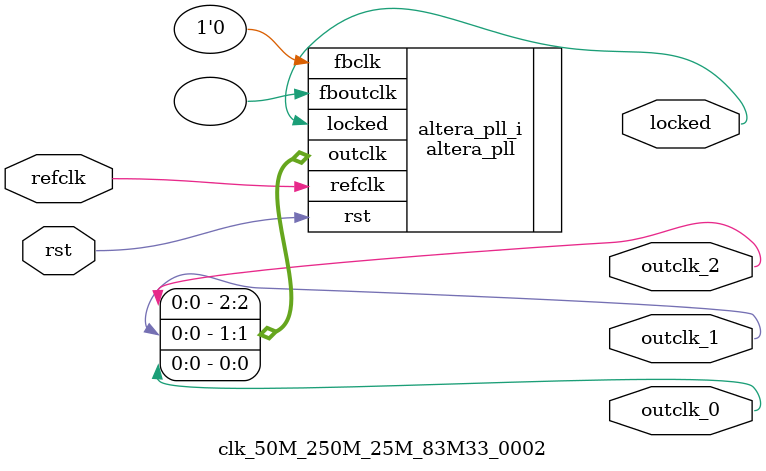
<source format=v>
`timescale 1ns/10ps
module  clk_50M_250M_25M_83M33_0002(

	// interface 'refclk'
	input wire refclk,

	// interface 'reset'
	input wire rst,

	// interface 'outclk0'
	output wire outclk_0,

	// interface 'outclk1'
	output wire outclk_1,

	// interface 'outclk2'
	output wire outclk_2,

	// interface 'locked'
	output wire locked
);

	altera_pll #(
		.fractional_vco_multiplier("false"),
		.reference_clock_frequency("50.0 MHz"),
		.operation_mode("direct"),
		.number_of_clocks(3),
		.output_clock_frequency0("250.000000 MHz"),
		.phase_shift0("0 ps"),
		.duty_cycle0(50),
		.output_clock_frequency1("25.000000 MHz"),
		.phase_shift1("0 ps"),
		.duty_cycle1(50),
		.output_clock_frequency2("83.333333 MHz"),
		.phase_shift2("0 ps"),
		.duty_cycle2(50),
		.output_clock_frequency3("0 MHz"),
		.phase_shift3("0 ps"),
		.duty_cycle3(50),
		.output_clock_frequency4("0 MHz"),
		.phase_shift4("0 ps"),
		.duty_cycle4(50),
		.output_clock_frequency5("0 MHz"),
		.phase_shift5("0 ps"),
		.duty_cycle5(50),
		.output_clock_frequency6("0 MHz"),
		.phase_shift6("0 ps"),
		.duty_cycle6(50),
		.output_clock_frequency7("0 MHz"),
		.phase_shift7("0 ps"),
		.duty_cycle7(50),
		.output_clock_frequency8("0 MHz"),
		.phase_shift8("0 ps"),
		.duty_cycle8(50),
		.output_clock_frequency9("0 MHz"),
		.phase_shift9("0 ps"),
		.duty_cycle9(50),
		.output_clock_frequency10("0 MHz"),
		.phase_shift10("0 ps"),
		.duty_cycle10(50),
		.output_clock_frequency11("0 MHz"),
		.phase_shift11("0 ps"),
		.duty_cycle11(50),
		.output_clock_frequency12("0 MHz"),
		.phase_shift12("0 ps"),
		.duty_cycle12(50),
		.output_clock_frequency13("0 MHz"),
		.phase_shift13("0 ps"),
		.duty_cycle13(50),
		.output_clock_frequency14("0 MHz"),
		.phase_shift14("0 ps"),
		.duty_cycle14(50),
		.output_clock_frequency15("0 MHz"),
		.phase_shift15("0 ps"),
		.duty_cycle15(50),
		.output_clock_frequency16("0 MHz"),
		.phase_shift16("0 ps"),
		.duty_cycle16(50),
		.output_clock_frequency17("0 MHz"),
		.phase_shift17("0 ps"),
		.duty_cycle17(50),
		.pll_type("General"),
		.pll_subtype("General")
	) altera_pll_i (
		.rst	(rst),
		.outclk	({outclk_2, outclk_1, outclk_0}),
		.locked	(locked),
		.fboutclk	( ),
		.fbclk	(1'b0),
		.refclk	(refclk)
	);
endmodule


</source>
